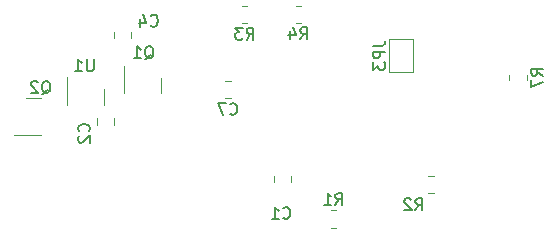
<source format=gbr>
%TF.GenerationSoftware,KiCad,Pcbnew,6.0.11-2627ca5db0~126~ubuntu22.04.1*%
%TF.CreationDate,2023-02-25T15:14:04-05:00*%
%TF.ProjectId,canbus-thermistor,63616e62-7573-42d7-9468-65726d697374,1.0*%
%TF.SameCoordinates,Original*%
%TF.FileFunction,Legend,Bot*%
%TF.FilePolarity,Positive*%
%FSLAX46Y46*%
G04 Gerber Fmt 4.6, Leading zero omitted, Abs format (unit mm)*
G04 Created by KiCad (PCBNEW 6.0.11-2627ca5db0~126~ubuntu22.04.1) date 2023-02-25 15:14:04*
%MOMM*%
%LPD*%
G01*
G04 APERTURE LIST*
%ADD10C,0.150000*%
%ADD11C,0.120000*%
G04 APERTURE END LIST*
D10*
%TO.C,U1*%
X67436904Y-79727380D02*
X67436904Y-80536904D01*
X67389285Y-80632142D01*
X67341666Y-80679761D01*
X67246428Y-80727380D01*
X67055952Y-80727380D01*
X66960714Y-80679761D01*
X66913095Y-80632142D01*
X66865476Y-80536904D01*
X66865476Y-79727380D01*
X65865476Y-80727380D02*
X66436904Y-80727380D01*
X66151190Y-80727380D02*
X66151190Y-79727380D01*
X66246428Y-79870238D01*
X66341666Y-79965476D01*
X66436904Y-80013095D01*
%TO.C,R7*%
X105477380Y-81108333D02*
X105001190Y-80775000D01*
X105477380Y-80536904D02*
X104477380Y-80536904D01*
X104477380Y-80917857D01*
X104525000Y-81013095D01*
X104572619Y-81060714D01*
X104667857Y-81108333D01*
X104810714Y-81108333D01*
X104905952Y-81060714D01*
X104953571Y-81013095D01*
X105001190Y-80917857D01*
X105001190Y-80536904D01*
X104477380Y-81441666D02*
X104477380Y-82108333D01*
X105477380Y-81679761D01*
%TO.C,R4*%
X84941666Y-78027380D02*
X85275000Y-77551190D01*
X85513095Y-78027380D02*
X85513095Y-77027380D01*
X85132142Y-77027380D01*
X85036904Y-77075000D01*
X84989285Y-77122619D01*
X84941666Y-77217857D01*
X84941666Y-77360714D01*
X84989285Y-77455952D01*
X85036904Y-77503571D01*
X85132142Y-77551190D01*
X85513095Y-77551190D01*
X84084523Y-77360714D02*
X84084523Y-78027380D01*
X84322619Y-76979761D02*
X84560714Y-77694047D01*
X83941666Y-77694047D01*
%TO.C,R3*%
X80391666Y-78052380D02*
X80725000Y-77576190D01*
X80963095Y-78052380D02*
X80963095Y-77052380D01*
X80582142Y-77052380D01*
X80486904Y-77100000D01*
X80439285Y-77147619D01*
X80391666Y-77242857D01*
X80391666Y-77385714D01*
X80439285Y-77480952D01*
X80486904Y-77528571D01*
X80582142Y-77576190D01*
X80963095Y-77576190D01*
X80058333Y-77052380D02*
X79439285Y-77052380D01*
X79772619Y-77433333D01*
X79629761Y-77433333D01*
X79534523Y-77480952D01*
X79486904Y-77528571D01*
X79439285Y-77623809D01*
X79439285Y-77861904D01*
X79486904Y-77957142D01*
X79534523Y-78004761D01*
X79629761Y-78052380D01*
X79915476Y-78052380D01*
X80010714Y-78004761D01*
X80058333Y-77957142D01*
%TO.C,R2*%
X94691666Y-92502380D02*
X95025000Y-92026190D01*
X95263095Y-92502380D02*
X95263095Y-91502380D01*
X94882142Y-91502380D01*
X94786904Y-91550000D01*
X94739285Y-91597619D01*
X94691666Y-91692857D01*
X94691666Y-91835714D01*
X94739285Y-91930952D01*
X94786904Y-91978571D01*
X94882142Y-92026190D01*
X95263095Y-92026190D01*
X94310714Y-91597619D02*
X94263095Y-91550000D01*
X94167857Y-91502380D01*
X93929761Y-91502380D01*
X93834523Y-91550000D01*
X93786904Y-91597619D01*
X93739285Y-91692857D01*
X93739285Y-91788095D01*
X93786904Y-91930952D01*
X94358333Y-92502380D01*
X93739285Y-92502380D01*
%TO.C,R1*%
X87916666Y-92052380D02*
X88250000Y-91576190D01*
X88488095Y-92052380D02*
X88488095Y-91052380D01*
X88107142Y-91052380D01*
X88011904Y-91100000D01*
X87964285Y-91147619D01*
X87916666Y-91242857D01*
X87916666Y-91385714D01*
X87964285Y-91480952D01*
X88011904Y-91528571D01*
X88107142Y-91576190D01*
X88488095Y-91576190D01*
X86964285Y-92052380D02*
X87535714Y-92052380D01*
X87250000Y-92052380D02*
X87250000Y-91052380D01*
X87345238Y-91195238D01*
X87440476Y-91290476D01*
X87535714Y-91338095D01*
%TO.C,Q2*%
X63045238Y-82672619D02*
X63140476Y-82625000D01*
X63235714Y-82529761D01*
X63378571Y-82386904D01*
X63473809Y-82339285D01*
X63569047Y-82339285D01*
X63521428Y-82577380D02*
X63616666Y-82529761D01*
X63711904Y-82434523D01*
X63759523Y-82244047D01*
X63759523Y-81910714D01*
X63711904Y-81720238D01*
X63616666Y-81625000D01*
X63521428Y-81577380D01*
X63330952Y-81577380D01*
X63235714Y-81625000D01*
X63140476Y-81720238D01*
X63092857Y-81910714D01*
X63092857Y-82244047D01*
X63140476Y-82434523D01*
X63235714Y-82529761D01*
X63330952Y-82577380D01*
X63521428Y-82577380D01*
X62711904Y-81672619D02*
X62664285Y-81625000D01*
X62569047Y-81577380D01*
X62330952Y-81577380D01*
X62235714Y-81625000D01*
X62188095Y-81672619D01*
X62140476Y-81767857D01*
X62140476Y-81863095D01*
X62188095Y-82005952D01*
X62759523Y-82577380D01*
X62140476Y-82577380D01*
%TO.C,Q1*%
X71770238Y-79722619D02*
X71865476Y-79675000D01*
X71960714Y-79579761D01*
X72103571Y-79436904D01*
X72198809Y-79389285D01*
X72294047Y-79389285D01*
X72246428Y-79627380D02*
X72341666Y-79579761D01*
X72436904Y-79484523D01*
X72484523Y-79294047D01*
X72484523Y-78960714D01*
X72436904Y-78770238D01*
X72341666Y-78675000D01*
X72246428Y-78627380D01*
X72055952Y-78627380D01*
X71960714Y-78675000D01*
X71865476Y-78770238D01*
X71817857Y-78960714D01*
X71817857Y-79294047D01*
X71865476Y-79484523D01*
X71960714Y-79579761D01*
X72055952Y-79627380D01*
X72246428Y-79627380D01*
X70865476Y-79627380D02*
X71436904Y-79627380D01*
X71151190Y-79627380D02*
X71151190Y-78627380D01*
X71246428Y-78770238D01*
X71341666Y-78865476D01*
X71436904Y-78913095D01*
%TO.C,JP3*%
X91127380Y-78591666D02*
X91841666Y-78591666D01*
X91984523Y-78544047D01*
X92079761Y-78448809D01*
X92127380Y-78305952D01*
X92127380Y-78210714D01*
X92127380Y-79067857D02*
X91127380Y-79067857D01*
X91127380Y-79448809D01*
X91175000Y-79544047D01*
X91222619Y-79591666D01*
X91317857Y-79639285D01*
X91460714Y-79639285D01*
X91555952Y-79591666D01*
X91603571Y-79544047D01*
X91651190Y-79448809D01*
X91651190Y-79067857D01*
X91127380Y-79972619D02*
X91127380Y-80591666D01*
X91508333Y-80258333D01*
X91508333Y-80401190D01*
X91555952Y-80496428D01*
X91603571Y-80544047D01*
X91698809Y-80591666D01*
X91936904Y-80591666D01*
X92032142Y-80544047D01*
X92079761Y-80496428D01*
X92127380Y-80401190D01*
X92127380Y-80115476D01*
X92079761Y-80020238D01*
X92032142Y-79972619D01*
%TO.C,C7*%
X78991666Y-84337142D02*
X79039285Y-84384761D01*
X79182142Y-84432380D01*
X79277380Y-84432380D01*
X79420238Y-84384761D01*
X79515476Y-84289523D01*
X79563095Y-84194285D01*
X79610714Y-84003809D01*
X79610714Y-83860952D01*
X79563095Y-83670476D01*
X79515476Y-83575238D01*
X79420238Y-83480000D01*
X79277380Y-83432380D01*
X79182142Y-83432380D01*
X79039285Y-83480000D01*
X78991666Y-83527619D01*
X78658333Y-83432380D02*
X77991666Y-83432380D01*
X78420238Y-84432380D01*
%TO.C,C4*%
X72266666Y-76857142D02*
X72314285Y-76904761D01*
X72457142Y-76952380D01*
X72552380Y-76952380D01*
X72695238Y-76904761D01*
X72790476Y-76809523D01*
X72838095Y-76714285D01*
X72885714Y-76523809D01*
X72885714Y-76380952D01*
X72838095Y-76190476D01*
X72790476Y-76095238D01*
X72695238Y-76000000D01*
X72552380Y-75952380D01*
X72457142Y-75952380D01*
X72314285Y-76000000D01*
X72266666Y-76047619D01*
X71409523Y-76285714D02*
X71409523Y-76952380D01*
X71647619Y-75904761D02*
X71885714Y-76619047D01*
X71266666Y-76619047D01*
%TO.C,C2*%
X67032142Y-85833333D02*
X67079761Y-85785714D01*
X67127380Y-85642857D01*
X67127380Y-85547619D01*
X67079761Y-85404761D01*
X66984523Y-85309523D01*
X66889285Y-85261904D01*
X66698809Y-85214285D01*
X66555952Y-85214285D01*
X66365476Y-85261904D01*
X66270238Y-85309523D01*
X66175000Y-85404761D01*
X66127380Y-85547619D01*
X66127380Y-85642857D01*
X66175000Y-85785714D01*
X66222619Y-85833333D01*
X66222619Y-86214285D02*
X66175000Y-86261904D01*
X66127380Y-86357142D01*
X66127380Y-86595238D01*
X66175000Y-86690476D01*
X66222619Y-86738095D01*
X66317857Y-86785714D01*
X66413095Y-86785714D01*
X66555952Y-86738095D01*
X67127380Y-86166666D01*
X67127380Y-86785714D01*
%TO.C,C1*%
X83491666Y-93157142D02*
X83539285Y-93204761D01*
X83682142Y-93252380D01*
X83777380Y-93252380D01*
X83920238Y-93204761D01*
X84015476Y-93109523D01*
X84063095Y-93014285D01*
X84110714Y-92823809D01*
X84110714Y-92680952D01*
X84063095Y-92490476D01*
X84015476Y-92395238D01*
X83920238Y-92300000D01*
X83777380Y-92252380D01*
X83682142Y-92252380D01*
X83539285Y-92300000D01*
X83491666Y-92347619D01*
X82539285Y-93252380D02*
X83110714Y-93252380D01*
X82825000Y-93252380D02*
X82825000Y-92252380D01*
X82920238Y-92395238D01*
X83015476Y-92490476D01*
X83110714Y-92538095D01*
D11*
%TO.C,U1*%
X65165000Y-82925000D02*
X65165000Y-83575000D01*
X68285000Y-82925000D02*
X68285000Y-83575000D01*
X65165000Y-82925000D02*
X65165000Y-81250000D01*
X68285000Y-82925000D02*
X68285000Y-82275000D01*
%TO.C,R7*%
X104110000Y-81502064D02*
X104110000Y-81047936D01*
X102640000Y-81502064D02*
X102640000Y-81047936D01*
%TO.C,R4*%
X84547936Y-76660000D02*
X85002064Y-76660000D01*
X84547936Y-75190000D02*
X85002064Y-75190000D01*
%TO.C,R3*%
X79997936Y-76685000D02*
X80452064Y-76685000D01*
X79997936Y-75215000D02*
X80452064Y-75215000D01*
%TO.C,R2*%
X95772936Y-91060000D02*
X96227064Y-91060000D01*
X95772936Y-89590000D02*
X96227064Y-89590000D01*
%TO.C,R1*%
X87977064Y-92515000D02*
X87522936Y-92515000D01*
X87977064Y-93985000D02*
X87522936Y-93985000D01*
%TO.C,Q2*%
X62375000Y-86135000D02*
X63025000Y-86135000D01*
X62375000Y-83015000D02*
X63025000Y-83015000D01*
X62375000Y-86135000D02*
X60700000Y-86135000D01*
X62375000Y-83015000D02*
X61725000Y-83015000D01*
%TO.C,Q1*%
X73110000Y-81937500D02*
X73110000Y-81287500D01*
X69990000Y-81937500D02*
X69990000Y-80262500D01*
X73110000Y-81937500D02*
X73110000Y-82587500D01*
X69990000Y-81937500D02*
X69990000Y-82587500D01*
%TO.C,JP3*%
X94475000Y-78025000D02*
X92475000Y-78025000D01*
X94475000Y-80825000D02*
X94475000Y-78025000D01*
X92475000Y-80825000D02*
X94475000Y-80825000D01*
X92475000Y-78025000D02*
X92475000Y-80825000D01*
%TO.C,C7*%
X78563748Y-81565000D02*
X79086252Y-81565000D01*
X78563748Y-83035000D02*
X79086252Y-83035000D01*
%TO.C,C4*%
X70635000Y-77936252D02*
X70635000Y-77413748D01*
X69165000Y-77936252D02*
X69165000Y-77413748D01*
%TO.C,C2*%
X67690000Y-84726248D02*
X67690000Y-85248752D01*
X69160000Y-84726248D02*
X69160000Y-85248752D01*
%TO.C,C1*%
X84185000Y-90111252D02*
X84185000Y-89588748D01*
X82715000Y-90111252D02*
X82715000Y-89588748D01*
%TD*%
M02*

</source>
